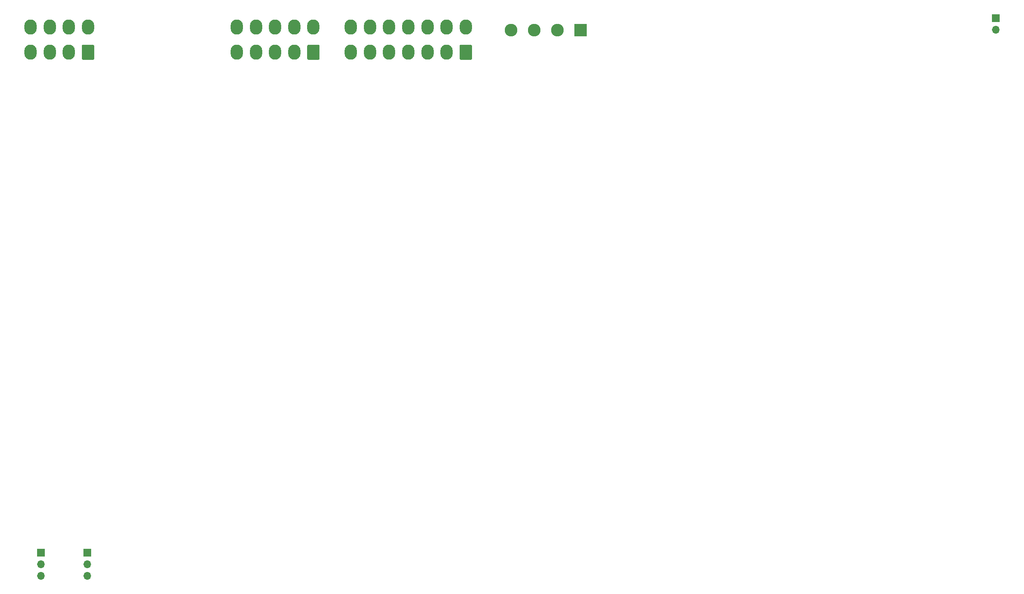
<source format=gbr>
%TF.GenerationSoftware,KiCad,Pcbnew,(5.1.10)-1*%
%TF.CreationDate,2021-06-29T11:34:31+10:00*%
%TF.ProjectId,psu-board,7073752d-626f-4617-9264-2e6b69636164,rev?*%
%TF.SameCoordinates,Original*%
%TF.FileFunction,Soldermask,Bot*%
%TF.FilePolarity,Negative*%
%FSLAX46Y46*%
G04 Gerber Fmt 4.6, Leading zero omitted, Abs format (unit mm)*
G04 Created by KiCad (PCBNEW (5.1.10)-1) date 2021-06-29 11:34:31*
%MOMM*%
%LPD*%
G01*
G04 APERTURE LIST*
%ADD10O,1.700000X1.700000*%
%ADD11R,1.700000X1.700000*%
%ADD12O,2.700000X3.300000*%
%ADD13C,2.780000*%
%ADD14R,2.780000X2.780000*%
G04 APERTURE END LIST*
D10*
%TO.C,SW1*%
X14420000Y9017000D03*
X14420000Y11557000D03*
D11*
X14420000Y14097000D03*
%TD*%
D12*
%TO.C,J1*%
X57368000Y129325000D03*
X61568000Y129325000D03*
X65768000Y129325000D03*
X69968000Y129325000D03*
X74168000Y129325000D03*
X57368000Y123825000D03*
X61568000Y123825000D03*
X65768000Y123825000D03*
X69968000Y123825000D03*
G36*
G01*
X75518000Y125224999D02*
X75518000Y122425001D01*
G75*
G02*
X75267999Y122175000I-250001J0D01*
G01*
X73068001Y122175000D01*
G75*
G02*
X72818000Y122425001I0J250001D01*
G01*
X72818000Y125224999D01*
G75*
G02*
X73068001Y125475000I250001J0D01*
G01*
X75267999Y125475000D01*
G75*
G02*
X75518000Y125224999I0J-250001D01*
G01*
G37*
%TD*%
%TO.C,J2*%
X12165000Y129325000D03*
X16365000Y129325000D03*
X20565000Y129325000D03*
X24765000Y129325000D03*
X12165000Y123825000D03*
X16365000Y123825000D03*
X20565000Y123825000D03*
G36*
G01*
X26115000Y125224999D02*
X26115000Y122425001D01*
G75*
G02*
X25864999Y122175000I-250001J0D01*
G01*
X23665001Y122175000D01*
G75*
G02*
X23415000Y122425001I0J250001D01*
G01*
X23415000Y125224999D01*
G75*
G02*
X23665001Y125475000I250001J0D01*
G01*
X25864999Y125475000D01*
G75*
G02*
X26115000Y125224999I0J-250001D01*
G01*
G37*
%TD*%
D11*
%TO.C,SW1*%
X24580000Y14097000D03*
D10*
X24580000Y11557000D03*
X24580000Y9017000D03*
%TD*%
D13*
%TO.C,J4*%
X117475000Y128651000D03*
X122555000Y128651000D03*
X127635000Y128651000D03*
D14*
X132715000Y128651000D03*
%TD*%
D10*
%TO.C,J3*%
X223774000Y128778000D03*
D11*
X223774000Y131318000D03*
%TD*%
D12*
%TO.C,J5*%
X82369000Y129325000D03*
X86569000Y129325000D03*
X90769000Y129325000D03*
X94969000Y129325000D03*
X99169000Y129325000D03*
X103369000Y129325000D03*
X107569000Y129325000D03*
X82369000Y123825000D03*
X86569000Y123825000D03*
X90769000Y123825000D03*
X94969000Y123825000D03*
X99169000Y123825000D03*
X103369000Y123825000D03*
G36*
G01*
X108919000Y125224999D02*
X108919000Y122425001D01*
G75*
G02*
X108668999Y122175000I-250001J0D01*
G01*
X106469001Y122175000D01*
G75*
G02*
X106219000Y122425001I0J250001D01*
G01*
X106219000Y125224999D01*
G75*
G02*
X106469001Y125475000I250001J0D01*
G01*
X108668999Y125475000D01*
G75*
G02*
X108919000Y125224999I0J-250001D01*
G01*
G37*
%TD*%
M02*

</source>
